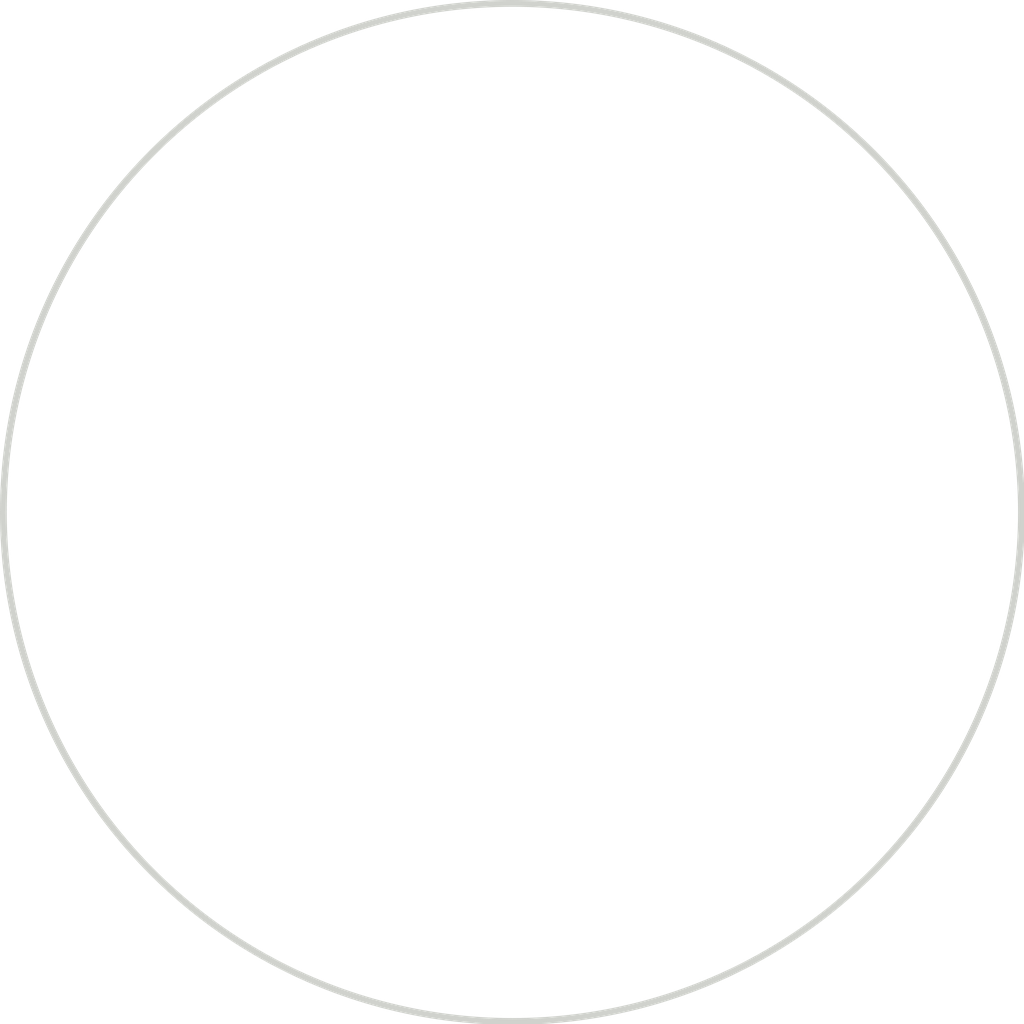
<source format=kicad_pcb>
(kicad_pcb
	(version 20240108)
	(generator "pcbnew")
	(generator_version "8.0")
	(general
		(thickness 1.6)
		(legacy_teardrops no)
	)
	(paper "A4")
	(layers
		(0 "F.Cu" signal)
		(31 "B.Cu" signal)
		(32 "B.Adhes" user "B.Adhesive")
		(33 "F.Adhes" user "F.Adhesive")
		(34 "B.Paste" user)
		(35 "F.Paste" user)
		(36 "B.SilkS" user "B.Silkscreen")
		(37 "F.SilkS" user "F.Silkscreen")
		(38 "B.Mask" user)
		(39 "F.Mask" user)
		(40 "Dwgs.User" user "User.Drawings")
		(41 "Cmts.User" user "User.Comments")
		(42 "Eco1.User" user "User.Eco1")
		(43 "Eco2.User" user "User.Eco2")
		(44 "Edge.Cuts" user)
		(45 "Margin" user)
		(46 "B.CrtYd" user "B.Courtyard")
		(47 "F.CrtYd" user "F.Courtyard")
		(48 "B.Fab" user)
		(49 "F.Fab" user)
		(50 "User.1" user)
		(51 "User.2" user)
		(52 "User.3" user)
		(53 "User.4" user)
		(54 "User.5" user)
		(55 "User.6" user)
		(56 "User.7" user)
		(57 "User.8" user)
		(58 "User.9" user)
	)
	(setup
		(pad_to_mask_clearance 0)
		(allow_soldermask_bridges_in_footprints no)
		(pcbplotparams
			(layerselection 0x00010fc_ffffffff)
			(plot_on_all_layers_selection 0x0000000_00000000)
			(disableapertmacros no)
			(usegerberextensions no)
			(usegerberattributes yes)
			(usegerberadvancedattributes yes)
			(creategerberjobfile yes)
			(dashed_line_dash_ratio 12.000000)
			(dashed_line_gap_ratio 3.000000)
			(svgprecision 4)
			(plotframeref no)
			(viasonmask no)
			(mode 1)
			(useauxorigin no)
			(hpglpennumber 1)
			(hpglpenspeed 20)
			(hpglpendiameter 15.000000)
			(pdf_front_fp_property_popups yes)
			(pdf_back_fp_property_popups yes)
			(dxfpolygonmode yes)
			(dxfimperialunits yes)
			(dxfusepcbnewfont yes)
			(psnegative no)
			(psa4output no)
			(plotreference yes)
			(plotvalue yes)
			(plotfptext yes)
			(plotinvisibletext no)
			(sketchpadsonfab no)
			(subtractmaskfromsilk no)
			(outputformat 1)
			(mirror no)
			(drillshape 1)
			(scaleselection 1)
			(outputdirectory "")
		)
	)
	(net 0 "")
	(gr_circle
		(center 50 50)
		(end 65 50)
		(stroke
			(width 0.2)
			(type default)
		)
		(fill none)
		(layer "Edge.Cuts")
		(uuid "e5f9f52b-8136-49f7-a3ba-cdb3a8d28baf")
	)
)

</source>
